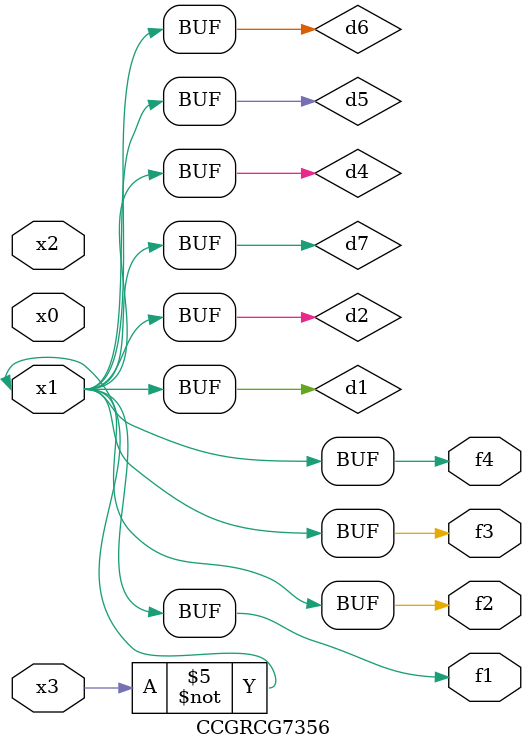
<source format=v>
module CCGRCG7356(
	input x0, x1, x2, x3,
	output f1, f2, f3, f4
);

	wire d1, d2, d3, d4, d5, d6, d7;

	not (d1, x3);
	buf (d2, x1);
	xnor (d3, d1, d2);
	nor (d4, d1);
	buf (d5, d1, d2);
	buf (d6, d4, d5);
	nand (d7, d4);
	assign f1 = d6;
	assign f2 = d7;
	assign f3 = d6;
	assign f4 = d6;
endmodule

</source>
